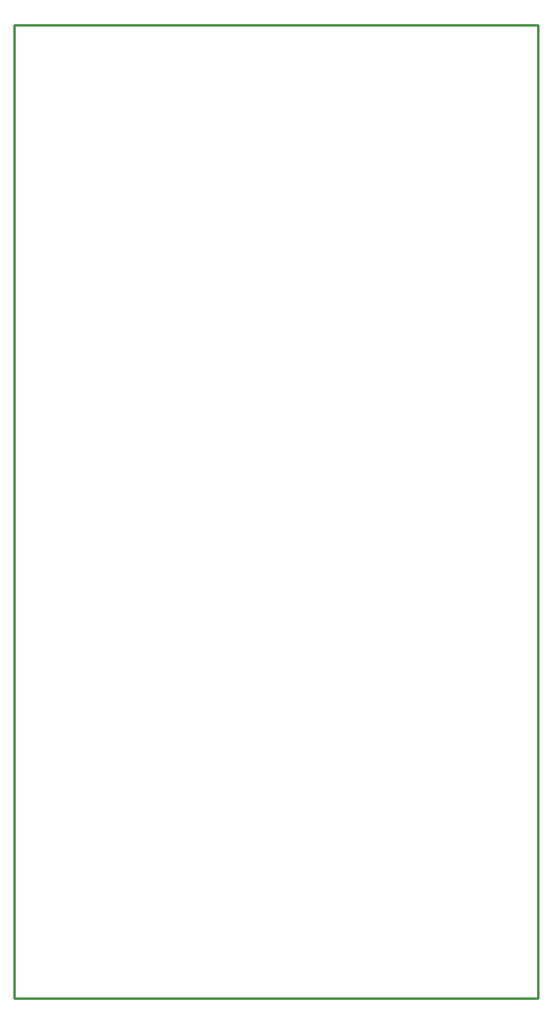
<source format=gko>
G04 EAGLE Gerber RS-274X export*
G75*
%MOMM*%
%FSLAX34Y34*%
%LPD*%
%INBoard Outline*%
%IPPOS*%
%AMOC8*
5,1,8,0,0,1.08239X$1,22.5*%
G01*
%ADD10C,0.000000*%
%ADD11C,0.254000*%


D10*
X0Y0D02*
X533400Y0D01*
X533400Y990600D01*
X0Y990500D01*
X0Y0D01*
D11*
X0Y0D02*
X533400Y0D01*
X533400Y990600D01*
X0Y990500D01*
X0Y0D01*
M02*

</source>
